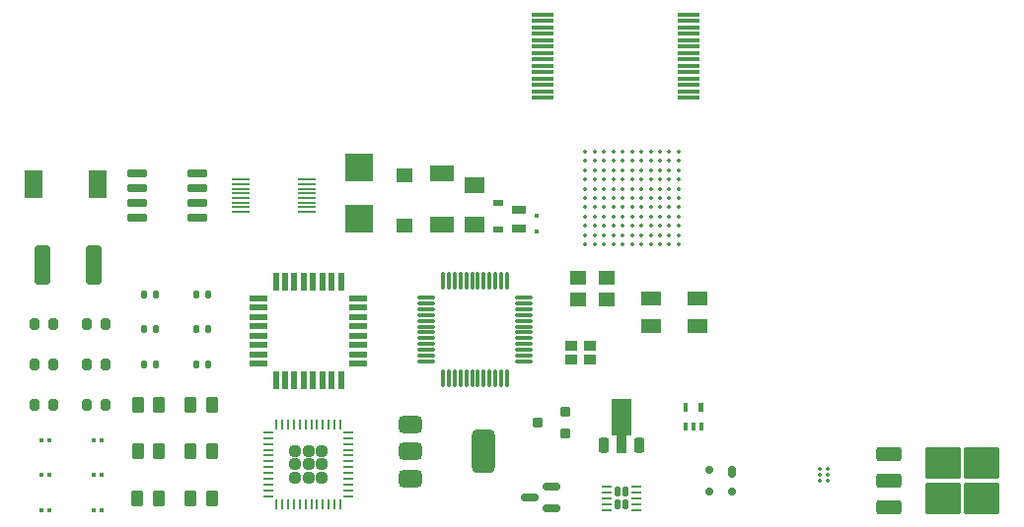
<source format=gbr>
%TF.GenerationSoftware,KiCad,Pcbnew,8.0.2-1*%
%TF.CreationDate,2024-06-21T15:15:19-04:00*%
%TF.ProjectId,businessCard,62757369-6e65-4737-9343-6172642e6b69,rev?*%
%TF.SameCoordinates,Original*%
%TF.FileFunction,Paste,Bot*%
%TF.FilePolarity,Positive*%
%FSLAX46Y46*%
G04 Gerber Fmt 4.6, Leading zero omitted, Abs format (unit mm)*
G04 Created by KiCad (PCBNEW 8.0.2-1) date 2024-06-21 15:15:19*
%MOMM*%
%LPD*%
G01*
G04 APERTURE LIST*
G04 Aperture macros list*
%AMRoundRect*
0 Rectangle with rounded corners*
0 $1 Rounding radius*
0 $2 $3 $4 $5 $6 $7 $8 $9 X,Y pos of 4 corners*
0 Add a 4 corners polygon primitive as box body*
4,1,4,$2,$3,$4,$5,$6,$7,$8,$9,$2,$3,0*
0 Add four circle primitives for the rounded corners*
1,1,$1+$1,$2,$3*
1,1,$1+$1,$4,$5*
1,1,$1+$1,$6,$7*
1,1,$1+$1,$8,$9*
0 Add four rect primitives between the rounded corners*
20,1,$1+$1,$2,$3,$4,$5,0*
20,1,$1+$1,$4,$5,$6,$7,0*
20,1,$1+$1,$6,$7,$8,$9,0*
20,1,$1+$1,$8,$9,$2,$3,0*%
%AMFreePoly0*
4,1,9,3.862500,-0.866500,0.737500,-0.866500,0.737500,-0.450000,-0.737500,-0.450000,-0.737500,0.450000,0.737500,0.450000,0.737500,0.866500,3.862500,0.866500,3.862500,-0.866500,3.862500,-0.866500,$1*%
G04 Aperture macros list end*
%ADD10C,0.000000*%
%ADD11RoundRect,0.062500X0.675000X0.062500X-0.675000X0.062500X-0.675000X-0.062500X0.675000X-0.062500X0*%
%ADD12RoundRect,0.250000X0.262500X0.450000X-0.262500X0.450000X-0.262500X-0.450000X0.262500X-0.450000X0*%
%ADD13RoundRect,0.079500X0.079500X0.100500X-0.079500X0.100500X-0.079500X-0.100500X0.079500X-0.100500X0*%
%ADD14RoundRect,0.200000X0.200000X0.275000X-0.200000X0.275000X-0.200000X-0.275000X0.200000X-0.275000X0*%
%ADD15R,1.870000X0.380000*%
%ADD16R,1.050000X0.900000*%
%ADD17C,0.350000*%
%ADD18RoundRect,0.200000X0.250000X0.200000X-0.250000X0.200000X-0.250000X-0.200000X0.250000X-0.200000X0*%
%ADD19RoundRect,0.135000X0.135000X0.185000X-0.135000X0.185000X-0.135000X-0.185000X0.135000X-0.185000X0*%
%ADD20RoundRect,0.250000X0.400000X1.450000X-0.400000X1.450000X-0.400000X-1.450000X0.400000X-1.450000X0*%
%ADD21R,0.350000X0.350000*%
%ADD22RoundRect,0.067500X0.097500X0.067500X-0.097500X0.067500X-0.097500X-0.067500X0.097500X-0.067500X0*%
%ADD23R,1.500000X2.400000*%
%ADD24RoundRect,0.075000X0.662500X0.075000X-0.662500X0.075000X-0.662500X-0.075000X0.662500X-0.075000X0*%
%ADD25RoundRect,0.075000X0.075000X0.662500X-0.075000X0.662500X-0.075000X-0.662500X0.075000X-0.662500X0*%
%ADD26R,1.400000X1.200000*%
%ADD27R,1.200000X0.800000*%
%ADD28RoundRect,0.375000X-0.625000X-0.375000X0.625000X-0.375000X0.625000X0.375000X-0.625000X0.375000X0*%
%ADD29RoundRect,0.500000X-0.500000X-1.400000X0.500000X-1.400000X0.500000X1.400000X-0.500000X1.400000X0*%
%ADD30R,1.800000X1.200000*%
%ADD31R,2.400000X2.400000*%
%ADD32RoundRect,0.250000X-0.850000X-0.350000X0.850000X-0.350000X0.850000X0.350000X-0.850000X0.350000X0*%
%ADD33RoundRect,0.250000X-1.275000X-1.125000X1.275000X-1.125000X1.275000X1.125000X-1.275000X1.125000X0*%
%ADD34R,2.100000X1.400000*%
%ADD35RoundRect,0.130000X0.130000X0.315000X-0.130000X0.315000X-0.130000X-0.315000X0.130000X-0.315000X0*%
%ADD36RoundRect,0.062500X0.337500X0.062500X-0.337500X0.062500X-0.337500X-0.062500X0.337500X-0.062500X0*%
%ADD37RoundRect,0.235000X0.235000X0.235000X-0.235000X0.235000X-0.235000X-0.235000X0.235000X-0.235000X0*%
%ADD38RoundRect,0.062500X0.062500X0.337500X-0.062500X0.337500X-0.062500X-0.337500X0.062500X-0.337500X0*%
%ADD39RoundRect,0.175000X0.175000X0.325000X-0.175000X0.325000X-0.175000X-0.325000X0.175000X-0.325000X0*%
%ADD40RoundRect,0.150000X0.200000X0.150000X-0.200000X0.150000X-0.200000X-0.150000X0.200000X-0.150000X0*%
%ADD41R,1.800000X1.400000*%
%ADD42RoundRect,0.150000X0.725000X0.150000X-0.725000X0.150000X-0.725000X-0.150000X0.725000X-0.150000X0*%
%ADD43R,1.470000X1.270000*%
%ADD44R,1.600000X0.550000*%
%ADD45R,0.550000X1.600000*%
%ADD46RoundRect,0.150000X0.587500X0.150000X-0.587500X0.150000X-0.587500X-0.150000X0.587500X-0.150000X0*%
%ADD47RoundRect,0.225000X0.225000X-0.425000X0.225000X0.425000X-0.225000X0.425000X-0.225000X-0.425000X0*%
%ADD48FreePoly0,90.000000*%
%ADD49R,0.830000X0.630000*%
G04 APERTURE END LIST*
D10*
%TO.C,SC-70*%
G36*
X159642000Y-78668400D02*
G01*
X159311800Y-78668400D01*
X159311800Y-77982600D01*
X159642000Y-77982600D01*
X159642000Y-78668400D01*
G37*
G36*
X159700000Y-77050000D02*
G01*
X159300000Y-77050000D01*
X159300000Y-76300000D01*
X159700000Y-76300000D01*
X159700000Y-77050000D01*
G37*
G36*
X160315100Y-78668400D02*
G01*
X159984900Y-78668400D01*
X159984900Y-77982600D01*
X160315100Y-77982600D01*
X160315100Y-78668400D01*
G37*
G36*
X160988200Y-78668400D02*
G01*
X160658000Y-78668400D01*
X160658000Y-77982600D01*
X160988200Y-77982600D01*
X160988200Y-78668400D01*
G37*
G36*
X161000000Y-77050000D02*
G01*
X160600000Y-77050000D01*
X160600000Y-76300000D01*
X161000000Y-76300000D01*
X161000000Y-77050000D01*
G37*
%TD*%
D11*
%TO.C,TSSOP-16*%
X127000000Y-57100000D03*
X127000000Y-57500000D03*
X127000000Y-57900000D03*
X127000000Y-58300000D03*
X127000000Y-58700000D03*
X127000000Y-59100000D03*
X127000000Y-59500000D03*
X127000000Y-59900000D03*
X121275000Y-59900000D03*
X121275000Y-59500000D03*
X121275000Y-59100000D03*
X121275000Y-58700000D03*
X121275000Y-58300000D03*
X121275000Y-57900000D03*
X121275000Y-57500000D03*
X121275000Y-57100000D03*
%TD*%
D12*
%TO.C,0805*%
X114325000Y-80500000D03*
X112500000Y-80500000D03*
%TD*%
%TO.C,0805*%
X118825000Y-76500000D03*
X117000000Y-76500000D03*
%TD*%
D13*
%TO.C,0201*%
X104865514Y-85500000D03*
X104175514Y-85500000D03*
%TD*%
D14*
%TO.C,0603*%
X109750514Y-69500000D03*
X108100514Y-69500000D03*
%TD*%
D13*
%TO.C,0201*%
X104865514Y-79500000D03*
X104175514Y-79500000D03*
%TD*%
D15*
%TO.C,TSOP-I-28-11.8x8mm*%
X159770000Y-42925000D03*
X159770000Y-43475000D03*
X159770000Y-44025000D03*
X159770000Y-44575000D03*
X159770000Y-45125000D03*
X159770000Y-45675000D03*
X159770000Y-46225000D03*
X159770000Y-46775000D03*
X159770000Y-47325000D03*
X159770000Y-47875000D03*
X159770000Y-48425000D03*
X159770000Y-48975000D03*
X159770000Y-49525000D03*
X159770000Y-50075000D03*
X147230000Y-50075000D03*
X147230000Y-49525000D03*
X147230000Y-48975000D03*
X147230000Y-48425000D03*
X147230000Y-47875000D03*
X147230000Y-47325000D03*
X147230000Y-46775000D03*
X147230000Y-46225000D03*
X147230000Y-45675000D03*
X147230000Y-45125000D03*
X147230000Y-44575000D03*
X147230000Y-44025000D03*
X147230000Y-43475000D03*
X147230000Y-42925000D03*
%TD*%
D16*
%TO.C,2.5x2*%
X151295000Y-72600000D03*
X149705000Y-72600000D03*
X149705000Y-71400000D03*
X151295000Y-71400000D03*
%TD*%
D17*
%TO.C,BGA-121-9x9mm*%
X158900000Y-54700000D03*
X158100000Y-54700000D03*
X157300000Y-54700000D03*
X156500000Y-54700000D03*
X155700000Y-54700000D03*
X154900000Y-54700000D03*
X154100000Y-54700000D03*
X153300000Y-54700000D03*
X152500000Y-54700000D03*
X151700000Y-54700000D03*
X150900000Y-54700000D03*
X158900000Y-55500000D03*
X158100000Y-55500000D03*
X157300000Y-55500000D03*
X156500000Y-55500000D03*
X155700000Y-55500000D03*
X154900000Y-55500000D03*
X154100000Y-55500000D03*
X153300000Y-55500000D03*
X152500000Y-55500000D03*
X151700000Y-55500000D03*
X150900000Y-55500000D03*
X158900000Y-56300000D03*
X158100000Y-56300000D03*
X157300000Y-56300000D03*
X156500000Y-56300000D03*
X155700000Y-56300000D03*
X154900000Y-56300000D03*
X154100000Y-56300000D03*
X153300000Y-56300000D03*
X152500000Y-56300000D03*
X151700000Y-56300000D03*
X150900000Y-56300000D03*
X158900000Y-57100000D03*
X158100000Y-57100000D03*
X157300000Y-57100000D03*
X156500000Y-57100000D03*
X155700000Y-57100000D03*
X154900000Y-57100000D03*
X154100000Y-57100000D03*
X153300000Y-57100000D03*
X152500000Y-57100000D03*
X151700000Y-57100000D03*
X150900000Y-57100000D03*
X158900000Y-57900000D03*
X158100000Y-57900000D03*
X157300000Y-57900000D03*
X156500000Y-57900000D03*
X155700000Y-57900000D03*
X154900000Y-57900000D03*
X154100000Y-57900000D03*
X153300000Y-57900000D03*
X152500000Y-57900000D03*
X151700000Y-57900000D03*
X150900000Y-57900000D03*
X158900000Y-58700000D03*
X158100000Y-58700000D03*
X157300000Y-58700000D03*
X156500000Y-58700000D03*
X155700000Y-58700000D03*
X154900000Y-58700000D03*
X154100000Y-58700000D03*
X153300000Y-58700000D03*
X152500000Y-58700000D03*
X151700000Y-58700000D03*
X150900000Y-58700000D03*
X158900000Y-59500000D03*
X158100000Y-59500000D03*
X157300000Y-59500000D03*
X156500000Y-59500000D03*
X155700000Y-59500000D03*
X154900000Y-59500000D03*
X154100000Y-59500000D03*
X153300000Y-59500000D03*
X152500000Y-59500000D03*
X151700000Y-59500000D03*
X150900000Y-59500000D03*
X158900000Y-60300000D03*
X158100000Y-60300000D03*
X157300000Y-60300000D03*
X156500000Y-60300000D03*
X155700000Y-60300000D03*
X154900000Y-60300000D03*
X154100000Y-60300000D03*
X153300000Y-60300000D03*
X152500000Y-60300000D03*
X151700000Y-60300000D03*
X150900000Y-60300000D03*
X158900000Y-61100000D03*
X158100000Y-61100000D03*
X157300000Y-61100000D03*
X156500000Y-61100000D03*
X155700000Y-61100000D03*
X154900000Y-61100000D03*
X154100000Y-61100000D03*
X153300000Y-61100000D03*
X152500000Y-61100000D03*
X151700000Y-61100000D03*
X150900000Y-61100000D03*
X158900000Y-61900000D03*
X158100000Y-61900000D03*
X157300000Y-61900000D03*
X156500000Y-61900000D03*
X155700000Y-61900000D03*
X154900000Y-61900000D03*
X154100000Y-61900000D03*
X153300000Y-61900000D03*
X152500000Y-61900000D03*
X151700000Y-61900000D03*
X150900000Y-61900000D03*
X158900000Y-62700000D03*
X158100000Y-62700000D03*
X157300000Y-62700000D03*
X156500000Y-62700000D03*
X155700000Y-62700000D03*
X154900000Y-62700000D03*
X154100000Y-62700000D03*
X153300000Y-62700000D03*
X152500000Y-62700000D03*
X151700000Y-62700000D03*
X150900000Y-62700000D03*
%TD*%
D18*
%TO.C,SC-59*%
X149200000Y-77050000D03*
X149200000Y-78950000D03*
X146800000Y-78000000D03*
%TD*%
D13*
%TO.C,0201*%
X109365514Y-82500000D03*
X108675514Y-82500000D03*
%TD*%
D14*
%TO.C,0603*%
X109750514Y-76500000D03*
X108100514Y-76500000D03*
%TD*%
%TO.C,0603*%
X105250514Y-69500000D03*
X103600514Y-69500000D03*
%TD*%
D12*
%TO.C,0805*%
X118825000Y-84500000D03*
X117000000Y-84500000D03*
%TD*%
D13*
%TO.C,0201*%
X109365514Y-79500000D03*
X108675514Y-79500000D03*
%TD*%
D12*
%TO.C,0805*%
X118825000Y-80500000D03*
X117000000Y-80500000D03*
%TD*%
D14*
%TO.C,0603*%
X109750514Y-73000000D03*
X108100514Y-73000000D03*
%TD*%
D19*
%TO.C,0402*%
X114010000Y-67000000D03*
X112990000Y-67000000D03*
%TD*%
%TO.C,0402*%
X114010000Y-73000000D03*
X112990000Y-73000000D03*
%TD*%
D20*
%TO.C,L-1812*%
X108725000Y-64500000D03*
X104275000Y-64500000D03*
%TD*%
D21*
%TO.C,E$42*%
X146740000Y-60190400D03*
X146740000Y-61540400D03*
%TD*%
D12*
%TO.C,0805*%
X114325000Y-76500000D03*
X112500000Y-76500000D03*
%TD*%
%TO.C,0805*%
X114250514Y-84500000D03*
X112425514Y-84500000D03*
%TD*%
D13*
%TO.C,0201*%
X109375514Y-85500000D03*
X108685514Y-85500000D03*
%TD*%
D22*
%TO.C,SOT-886*%
X171680000Y-82000000D03*
X171680000Y-82500000D03*
X171680000Y-83000000D03*
X171000000Y-83000000D03*
X171000000Y-82500000D03*
X171000000Y-82000000D03*
%TD*%
D23*
%TO.C,L-6.3x6.3mm*%
X109000000Y-57500000D03*
X103500000Y-57500000D03*
%TD*%
D24*
%TO.C,TQFP-48-7x7mm*%
X145588014Y-67250992D03*
X145588014Y-67750992D03*
X145588014Y-68250992D03*
X145588014Y-68750992D03*
X145588014Y-69250992D03*
X145588014Y-69750992D03*
X145588014Y-70250992D03*
X145588014Y-70750992D03*
X145588014Y-71250992D03*
X145588014Y-71750992D03*
X145588014Y-72250992D03*
X145588014Y-72750992D03*
D25*
X144175514Y-74163492D03*
X143675514Y-74163492D03*
X143175514Y-74163492D03*
X142675514Y-74163492D03*
X142175514Y-74163492D03*
X141675514Y-74163492D03*
X141175514Y-74163492D03*
X140675514Y-74163492D03*
X140175514Y-74163492D03*
X139675514Y-74163492D03*
X139175514Y-74163492D03*
X138675514Y-74163492D03*
D24*
X137263014Y-72750992D03*
X137263014Y-72250992D03*
X137263014Y-71750992D03*
X137263014Y-71250992D03*
X137263014Y-70750992D03*
X137263014Y-70250992D03*
X137263014Y-69750992D03*
X137263014Y-69250992D03*
X137263014Y-68750992D03*
X137263014Y-68250992D03*
X137263014Y-67750992D03*
X137263014Y-67250992D03*
D25*
X138675514Y-65838492D03*
X139175514Y-65838492D03*
X139675514Y-65838492D03*
X140175514Y-65838492D03*
X140675514Y-65838492D03*
X141175514Y-65838492D03*
X141675514Y-65838492D03*
X142175514Y-65838492D03*
X142675514Y-65838492D03*
X143175514Y-65838492D03*
X143675514Y-65838492D03*
X144175514Y-65838492D03*
%TD*%
D14*
%TO.C,0603*%
X105250514Y-76500000D03*
X103600514Y-76500000D03*
%TD*%
D19*
%TO.C,0402*%
X114010000Y-70000000D03*
X112990000Y-70000000D03*
%TD*%
%TO.C,0402*%
X118510000Y-70000000D03*
X117490000Y-70000000D03*
%TD*%
D26*
%TO.C,3.2x2.5*%
X150300000Y-65550000D03*
X152700000Y-65550000D03*
X152700000Y-67450000D03*
X150300000Y-67450000D03*
%TD*%
D27*
%TO.C,E$41*%
X145216000Y-59709800D03*
X145216000Y-61309800D03*
%TD*%
D28*
%TO.C,SOT-223*%
X135850000Y-82800000D03*
X135850000Y-80500000D03*
X135850000Y-78200000D03*
D29*
X142150000Y-80500000D03*
%TD*%
D30*
%TO.C,5x3.2*%
X160500000Y-69700000D03*
X156500000Y-69700000D03*
X156500000Y-67300000D03*
X160500000Y-67300000D03*
%TD*%
D31*
%TO.C,E$44*%
X131500000Y-56100000D03*
X131500000Y-60500000D03*
%TD*%
D32*
%TO.C,TO-252*%
X176960000Y-85280000D03*
X176960000Y-83000000D03*
D33*
X181585000Y-81475000D03*
X181585000Y-84525000D03*
X184935000Y-81475000D03*
X184935000Y-84525000D03*
D32*
X176960000Y-80720000D03*
%TD*%
D19*
%TO.C,0402*%
X118510000Y-73000000D03*
X117490000Y-73000000D03*
%TD*%
D34*
%TO.C,E$47*%
X138612000Y-56582600D03*
X138612000Y-60982600D03*
%TD*%
D35*
%TO.C,DFN-10*%
X154325000Y-85050000D03*
X154325000Y-83950000D03*
X153675000Y-85050000D03*
X153675000Y-83950000D03*
D36*
X155275000Y-83500000D03*
X155275000Y-84000000D03*
X155275000Y-84500000D03*
X155275000Y-85000000D03*
X155275000Y-85500000D03*
X152725000Y-85500000D03*
X152725000Y-85000000D03*
X152725000Y-84500000D03*
X152725000Y-84000000D03*
X152725000Y-83500000D03*
%TD*%
D37*
%TO.C,QFN-48-7x7mm*%
X128295514Y-82758492D03*
X128295514Y-81588492D03*
X128295514Y-80418492D03*
X127125514Y-82758492D03*
X127125514Y-81588492D03*
X127125514Y-80418492D03*
X125955514Y-82758492D03*
X125955514Y-81588492D03*
X125955514Y-80418492D03*
D36*
X130575514Y-78838492D03*
X130575514Y-79338492D03*
X130575514Y-79838492D03*
X130575514Y-80338492D03*
X130575514Y-80838492D03*
X130575514Y-81338492D03*
X130575514Y-81838492D03*
X130575514Y-82338492D03*
X130575514Y-82838492D03*
X130575514Y-83338492D03*
X130575514Y-83838492D03*
X130575514Y-84338492D03*
D38*
X129875514Y-85038492D03*
X129375514Y-85038492D03*
X128875514Y-85038492D03*
X128375514Y-85038492D03*
X127875514Y-85038492D03*
X127375514Y-85038492D03*
X126875514Y-85038492D03*
X126375514Y-85038492D03*
X125875514Y-85038492D03*
X125375514Y-85038492D03*
X124875514Y-85038492D03*
X124375514Y-85038492D03*
D36*
X123675514Y-84338492D03*
X123675514Y-83838492D03*
X123675514Y-83338492D03*
X123675514Y-82838492D03*
X123675514Y-82338492D03*
X123675514Y-81838492D03*
X123675514Y-81338492D03*
X123675514Y-80838492D03*
X123675514Y-80338492D03*
X123675514Y-79838492D03*
X123675514Y-79338492D03*
X123675514Y-78838492D03*
D38*
X124375514Y-78138492D03*
X124875514Y-78138492D03*
X125375514Y-78138492D03*
X125875514Y-78138492D03*
X126375514Y-78138492D03*
X126875514Y-78138492D03*
X127375514Y-78138492D03*
X127875514Y-78138492D03*
X128375514Y-78138492D03*
X128875514Y-78138492D03*
X129375514Y-78138492D03*
X129875514Y-78138492D03*
%TD*%
D19*
%TO.C,0402*%
X118510000Y-67000000D03*
X117490000Y-67000000D03*
%TD*%
D39*
%TO.C,SOT-143*%
X163500000Y-82250000D03*
D40*
X163500000Y-83950000D03*
X161500000Y-83950000D03*
X161500000Y-82050000D03*
%TD*%
D41*
%TO.C,E$49*%
X141406000Y-57616000D03*
X141406000Y-61016000D03*
%TD*%
D14*
%TO.C,0603*%
X105250514Y-73000000D03*
X103600514Y-73000000D03*
%TD*%
D42*
%TO.C,SO-08*%
X117575000Y-56595000D03*
X117575000Y-57865000D03*
X117575000Y-59135000D03*
X117575000Y-60405000D03*
X112425000Y-60405000D03*
X112425000Y-59135000D03*
X112425000Y-57865000D03*
X112425000Y-56595000D03*
%TD*%
D43*
%TO.C,E$43*%
X135411600Y-56759600D03*
X135411600Y-61059600D03*
%TD*%
D13*
%TO.C,0201*%
X104865514Y-82500000D03*
X104175514Y-82500000D03*
%TD*%
D44*
%TO.C,TQFP-32-7x7mm*%
X131375514Y-67338492D03*
X131375514Y-68138492D03*
X131375514Y-68938492D03*
X131375514Y-69738492D03*
X131375514Y-70538492D03*
X131375514Y-71338492D03*
X131375514Y-72138492D03*
X131375514Y-72938492D03*
D45*
X129925514Y-74388492D03*
X129125514Y-74388492D03*
X128325514Y-74388492D03*
X127525514Y-74388492D03*
X126725514Y-74388492D03*
X125925514Y-74388492D03*
X125125514Y-74388492D03*
X124325514Y-74388492D03*
D44*
X122875514Y-72938492D03*
X122875514Y-72138492D03*
X122875514Y-71338492D03*
X122875514Y-70538492D03*
X122875514Y-69738492D03*
X122875514Y-68938492D03*
X122875514Y-68138492D03*
X122875514Y-67338492D03*
D45*
X124325514Y-65888492D03*
X125125514Y-65888492D03*
X125925514Y-65888492D03*
X126725514Y-65888492D03*
X127525514Y-65888492D03*
X128325514Y-65888492D03*
X129125514Y-65888492D03*
X129925514Y-65888492D03*
%TD*%
D46*
%TO.C,SOT-23*%
X148000000Y-83500000D03*
X148000000Y-85400000D03*
X146125000Y-84450000D03*
%TD*%
D47*
%TO.C,SOT-89*%
X155500000Y-79950000D03*
D48*
X154000000Y-79862500D03*
D47*
X152500000Y-79950000D03*
%TD*%
D49*
%TO.C,E$48*%
X143438000Y-59105800D03*
X143438000Y-61405800D03*
%TD*%
M02*

</source>
